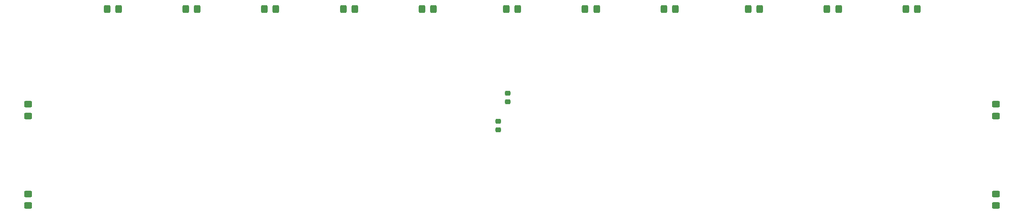
<source format=gbp>
G04 #@! TF.GenerationSoftware,KiCad,Pcbnew,7.0.1*
G04 #@! TF.CreationDate,2023-04-02T15:52:54+01:00*
G04 #@! TF.ProjectId,ecu,6563752e-6b69-4636-9164-5f7063625858,rev?*
G04 #@! TF.SameCoordinates,Original*
G04 #@! TF.FileFunction,Paste,Bot*
G04 #@! TF.FilePolarity,Positive*
%FSLAX46Y46*%
G04 Gerber Fmt 4.6, Leading zero omitted, Abs format (unit mm)*
G04 Created by KiCad (PCBNEW 7.0.1) date 2023-04-02 15:52:54*
%MOMM*%
%LPD*%
G01*
G04 APERTURE LIST*
G04 Aperture macros list*
%AMRoundRect*
0 Rectangle with rounded corners*
0 $1 Rounding radius*
0 $2 $3 $4 $5 $6 $7 $8 $9 X,Y pos of 4 corners*
0 Add a 4 corners polygon primitive as box body*
4,1,4,$2,$3,$4,$5,$6,$7,$8,$9,$2,$3,0*
0 Add four circle primitives for the rounded corners*
1,1,$1+$1,$2,$3*
1,1,$1+$1,$4,$5*
1,1,$1+$1,$6,$7*
1,1,$1+$1,$8,$9*
0 Add four rect primitives between the rounded corners*
20,1,$1+$1,$2,$3,$4,$5,0*
20,1,$1+$1,$4,$5,$6,$7,0*
20,1,$1+$1,$6,$7,$8,$9,0*
20,1,$1+$1,$8,$9,$2,$3,0*%
G04 Aperture macros list end*
%ADD10RoundRect,0.225000X0.250000X-0.225000X0.250000X0.225000X-0.250000X0.225000X-0.250000X-0.225000X0*%
%ADD11RoundRect,0.250000X-0.450000X0.325000X-0.450000X-0.325000X0.450000X-0.325000X0.450000X0.325000X0*%
%ADD12RoundRect,0.250000X0.325000X0.450000X-0.325000X0.450000X-0.325000X-0.450000X0.325000X-0.450000X0*%
G04 APERTURE END LIST*
D10*
G04 #@! TO.C,C29*
X137500000Y-126525000D03*
X137500000Y-124975000D03*
G04 #@! TD*
G04 #@! TO.C,C31*
X139250000Y-121525000D03*
X139250000Y-119975000D03*
G04 #@! TD*
D11*
G04 #@! TO.C,D18*
X226000000Y-137975000D03*
X226000000Y-140025000D03*
G04 #@! TD*
D12*
G04 #@! TO.C,D13*
X155025000Y-105000000D03*
X152975000Y-105000000D03*
G04 #@! TD*
D11*
G04 #@! TO.C,D20*
X54000000Y-121975000D03*
X54000000Y-124025000D03*
G04 #@! TD*
D12*
G04 #@! TO.C,D12*
X141025000Y-105000000D03*
X138975000Y-105000000D03*
G04 #@! TD*
G04 #@! TO.C,D8*
X84025000Y-105000000D03*
X81975000Y-105000000D03*
G04 #@! TD*
G04 #@! TO.C,D9*
X98025000Y-105000000D03*
X95975000Y-105000000D03*
G04 #@! TD*
D11*
G04 #@! TO.C,D19*
X226000000Y-121975000D03*
X226000000Y-124025000D03*
G04 #@! TD*
D12*
G04 #@! TO.C,D11*
X126025000Y-105000000D03*
X123975000Y-105000000D03*
G04 #@! TD*
G04 #@! TO.C,D10*
X112025000Y-105000000D03*
X109975000Y-105000000D03*
G04 #@! TD*
G04 #@! TO.C,D16*
X198025000Y-105000000D03*
X195975000Y-105000000D03*
G04 #@! TD*
D11*
G04 #@! TO.C,D21*
X54000000Y-137975000D03*
X54000000Y-140025000D03*
G04 #@! TD*
D12*
G04 #@! TO.C,D14*
X169025000Y-105000000D03*
X166975000Y-105000000D03*
G04 #@! TD*
G04 #@! TO.C,D17*
X212025000Y-105000000D03*
X209975000Y-105000000D03*
G04 #@! TD*
G04 #@! TO.C,D7*
X70025000Y-105000000D03*
X67975000Y-105000000D03*
G04 #@! TD*
G04 #@! TO.C,D15*
X184025000Y-105000000D03*
X181975000Y-105000000D03*
G04 #@! TD*
M02*

</source>
